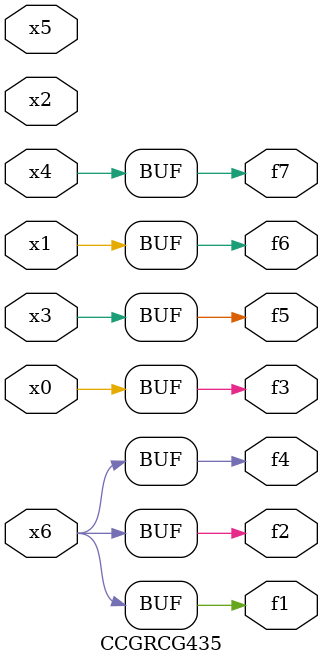
<source format=v>
module CCGRCG435(
	input x0, x1, x2, x3, x4, x5, x6,
	output f1, f2, f3, f4, f5, f6, f7
);
	assign f1 = x6;
	assign f2 = x6;
	assign f3 = x0;
	assign f4 = x6;
	assign f5 = x3;
	assign f6 = x1;
	assign f7 = x4;
endmodule

</source>
